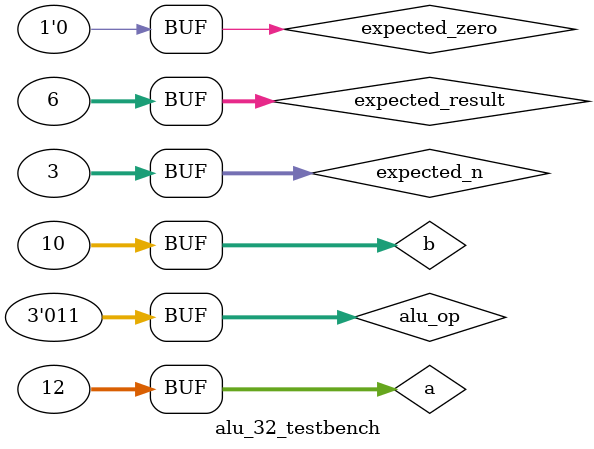
<source format=v>
`define DELAY 20
module alu_32_testbench();
	reg [31:0] a, b;
    reg [2:0] alu_op;
	reg [31:0] expected_result, expected_n;
    reg expected_zero;
    wire zero;
    wire [31:0] result, n;
	wire pass, eq1, eq2, eq3;
	
    alu_32 test_alu32(result, zero, n, a, b, alu_op);
	equal_32 equal_result(eq1, expected_result, result);
    xnor equal_zero(eq2, expected_zero, zero);
    equal_32 equal_n(eq3, expected_n, n);
    and is_pass(pass, eq1, eq2, eq3);
	
initial begin
// AND tests, start
    alu_op = 3'b000;
	a = 32'b00000000000000000000000000000000;
    b = 32'b00000000000000000000000000000000;
    expected_result = 32'b00000000000000000000000000000000;
    expected_zero = 1'b1;
    expected_n = 32'b00000000000000000000000000000001;
#`DELAY;
    a = 32'b11111111111111111111111111111111;
    b = 32'b11111111111111111111111111111111;
    expected_result = 32'b11111111111111111111111111111111;
    expected_zero = 1'b0;
    expected_n = 32'b00000000000000000000000000000010;
#`DELAY;
    a = 32'b00000000000000000000000000001100;
    b = 32'b00000000000000000000000000001010;
    expected_result = 32'b00000000000000000000000000001000;
    expected_zero = 1'b0;
    expected_n = 32'b00000000000000000000000000000011;
#`DELAY;
// AND tests, end.

// OR tests, start
    alu_op = 3'b001;
	a = 32'b00000000000000000000000000000000;
    b = 32'b00000000000000000000000000000000;
    expected_result = 32'b00000000000000000000000000000000;
    expected_zero = 1'b1;
    expected_n = 32'b00000000000000000000000000000001;
#`DELAY;
    a = 32'b11111111111111111111111111111111;
    b = 32'b11111111111111111111111111111111;
    expected_result = 32'b11111111111111111111111111111111;
    expected_zero = 1'b0;
    expected_n = 32'b00000000000000000000000000000010;
#`DELAY;
    a = 32'b00000000000000000000000000001100;
    b = 32'b00000000000000000000000000001010;
    expected_result = 32'b00000000000000000000000000001110;
    expected_zero = 1'b0;
    expected_n = 32'b00000000000000000000000000000011;
#`DELAY;
// OR tests, end.

// ADD tests, start
    alu_op = 3'b010;
	a = 32'b00000000000000000000000000000000;
    b = 32'b00000000000000000000000000000000;
    expected_result = 32'b00000000000000000000000000000000;
    expected_zero = 1'b1;
    expected_n = 32'b00000000000000000000000000000001;
#`DELAY;
    a = 32'b00000000000000000000000000001100;
    b = 32'b00000000000000000000000000001010;
    expected_result = 32'b00000000000000000000000000010110;
    expected_zero = 1'b0;
    expected_n = 32'b00000000000000000000000000000011;
#`DELAY;
// ADD tests, end.

// SUBSTRACT tests, start
    alu_op = 3'b110;
	a = 32'b11111111111111111111111111111111;
    b = 32'b11111111111111111111111111111111;
    expected_result = 32'b00000000000000000000000000000000;
    expected_zero = 1'b1;
    expected_n = 32'b00000000000000000000000000000001;
#`DELAY;
    a = 32'b00000000000000000000000000001100;
    b = 32'b00000000000000000000000000001010;
    expected_result = 32'b00000000000000000000000000000010;
    expected_zero = 1'b0;
    expected_n = 32'b00000000000000000000000000000011;
#`DELAY;
    a = 32'b00000000000000000000000000001010;
    b = 32'b00000000000000000000000000001100;
    expected_result = 32'b11111111111111111111111111111110;
    expected_zero = 1'b0;
    expected_n = 32'b00000000000000000000000000000010;
#`DELAY;
// SUBSTRACT tests, end.

// XOR tests, start
    alu_op = 3'b011;
	a = 32'b00000000000000000000000000000000;
    b = 32'b00000000000000000000000000000000;
    expected_result = 32'b00000000000000000000000000000000;
    expected_zero = 1'b1;
    expected_n = 32'b00000000000000000000000000000001;
#`DELAY;
    a = 32'b11111111111111111111111111111111;
    b = 32'b11111111111111111111111111111111;
    expected_result = 32'b00000000000000000000000000000000;
    expected_zero = 1'b1;
    expected_n = 32'b00000000000000000000000000000001;
#`DELAY;
    a = 32'b00000000000000000000000000001100;
    b = 32'b00000000000000000000000000001010;
    expected_result = 32'b00000000000000000000000000000110;
    expected_zero = 1'b0;
    expected_n = 32'b00000000000000000000000000000011;
#`DELAY;
// XOR tests, end.

end

initial begin
	$monitor("time=%2d, pass=%1b, a=%32b, b=%32b, alu_op=%2b, result=%32b, zero=%1b, n=%2b",
             $time, pass, a, b, alu_op, result, zero, n[1:0]);
end

endmodule
	
</source>
